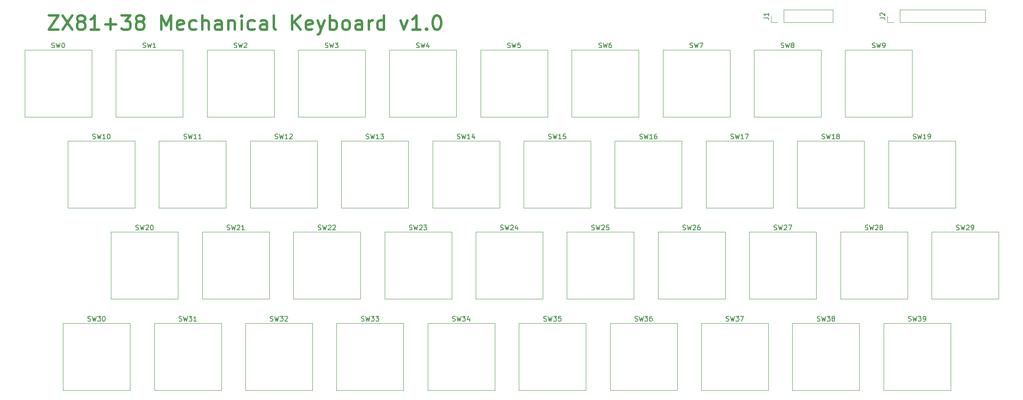
<source format=gbr>
%TF.GenerationSoftware,KiCad,Pcbnew,6.0.6-3a73a75311~116~ubuntu20.04.1*%
%TF.CreationDate,2022-07-11T16:37:52-07:00*%
%TF.ProjectId,zx81-kbd,7a783831-2d6b-4626-942e-6b696361645f,rev?*%
%TF.SameCoordinates,Original*%
%TF.FileFunction,Legend,Top*%
%TF.FilePolarity,Positive*%
%FSLAX46Y46*%
G04 Gerber Fmt 4.6, Leading zero omitted, Abs format (unit mm)*
G04 Created by KiCad (PCBNEW 6.0.6-3a73a75311~116~ubuntu20.04.1) date 2022-07-11 16:37:52*
%MOMM*%
%LPD*%
G01*
G04 APERTURE LIST*
%ADD10C,0.500000*%
%ADD11C,0.150000*%
%ADD12C,0.120000*%
G04 APERTURE END LIST*
D10*
X38071428Y-35857142D02*
X40071428Y-35857142D01*
X38071428Y-38857142D01*
X40071428Y-38857142D01*
X40928571Y-35857142D02*
X42928571Y-38857142D01*
X42928571Y-35857142D02*
X40928571Y-38857142D01*
X44499999Y-37142857D02*
X44214285Y-37000000D01*
X44071428Y-36857142D01*
X43928571Y-36571428D01*
X43928571Y-36428571D01*
X44071428Y-36142857D01*
X44214285Y-36000000D01*
X44499999Y-35857142D01*
X45071428Y-35857142D01*
X45357142Y-36000000D01*
X45499999Y-36142857D01*
X45642857Y-36428571D01*
X45642857Y-36571428D01*
X45499999Y-36857142D01*
X45357142Y-37000000D01*
X45071428Y-37142857D01*
X44499999Y-37142857D01*
X44214285Y-37285714D01*
X44071428Y-37428571D01*
X43928571Y-37714285D01*
X43928571Y-38285714D01*
X44071428Y-38571428D01*
X44214285Y-38714285D01*
X44499999Y-38857142D01*
X45071428Y-38857142D01*
X45357142Y-38714285D01*
X45499999Y-38571428D01*
X45642857Y-38285714D01*
X45642857Y-37714285D01*
X45499999Y-37428571D01*
X45357142Y-37285714D01*
X45071428Y-37142857D01*
X48499999Y-38857142D02*
X46785714Y-38857142D01*
X47642857Y-38857142D02*
X47642857Y-35857142D01*
X47357142Y-36285714D01*
X47071428Y-36571428D01*
X46785714Y-36714285D01*
X49785714Y-37714285D02*
X52071428Y-37714285D01*
X50928571Y-38857142D02*
X50928571Y-36571428D01*
X53214285Y-35857142D02*
X55071428Y-35857142D01*
X54071428Y-37000000D01*
X54499999Y-37000000D01*
X54785714Y-37142857D01*
X54928571Y-37285714D01*
X55071428Y-37571428D01*
X55071428Y-38285714D01*
X54928571Y-38571428D01*
X54785714Y-38714285D01*
X54499999Y-38857142D01*
X53642857Y-38857142D01*
X53357142Y-38714285D01*
X53214285Y-38571428D01*
X56785714Y-37142857D02*
X56499999Y-37000000D01*
X56357142Y-36857142D01*
X56214285Y-36571428D01*
X56214285Y-36428571D01*
X56357142Y-36142857D01*
X56499999Y-36000000D01*
X56785714Y-35857142D01*
X57357142Y-35857142D01*
X57642857Y-36000000D01*
X57785714Y-36142857D01*
X57928571Y-36428571D01*
X57928571Y-36571428D01*
X57785714Y-36857142D01*
X57642857Y-37000000D01*
X57357142Y-37142857D01*
X56785714Y-37142857D01*
X56499999Y-37285714D01*
X56357142Y-37428571D01*
X56214285Y-37714285D01*
X56214285Y-38285714D01*
X56357142Y-38571428D01*
X56499999Y-38714285D01*
X56785714Y-38857142D01*
X57357142Y-38857142D01*
X57642857Y-38714285D01*
X57785714Y-38571428D01*
X57928571Y-38285714D01*
X57928571Y-37714285D01*
X57785714Y-37428571D01*
X57642857Y-37285714D01*
X57357142Y-37142857D01*
X61499999Y-38857142D02*
X61499999Y-35857142D01*
X62499999Y-38000000D01*
X63499999Y-35857142D01*
X63499999Y-38857142D01*
X66071428Y-38714285D02*
X65785714Y-38857142D01*
X65214285Y-38857142D01*
X64928571Y-38714285D01*
X64785714Y-38428571D01*
X64785714Y-37285714D01*
X64928571Y-37000000D01*
X65214285Y-36857142D01*
X65785714Y-36857142D01*
X66071428Y-37000000D01*
X66214285Y-37285714D01*
X66214285Y-37571428D01*
X64785714Y-37857142D01*
X68785714Y-38714285D02*
X68499999Y-38857142D01*
X67928571Y-38857142D01*
X67642857Y-38714285D01*
X67499999Y-38571428D01*
X67357142Y-38285714D01*
X67357142Y-37428571D01*
X67499999Y-37142857D01*
X67642857Y-37000000D01*
X67928571Y-36857142D01*
X68499999Y-36857142D01*
X68785714Y-37000000D01*
X70071428Y-38857142D02*
X70071428Y-35857142D01*
X71357142Y-38857142D02*
X71357142Y-37285714D01*
X71214285Y-37000000D01*
X70928571Y-36857142D01*
X70499999Y-36857142D01*
X70214285Y-37000000D01*
X70071428Y-37142857D01*
X74071428Y-38857142D02*
X74071428Y-37285714D01*
X73928571Y-37000000D01*
X73642857Y-36857142D01*
X73071428Y-36857142D01*
X72785714Y-37000000D01*
X74071428Y-38714285D02*
X73785714Y-38857142D01*
X73071428Y-38857142D01*
X72785714Y-38714285D01*
X72642857Y-38428571D01*
X72642857Y-38142857D01*
X72785714Y-37857142D01*
X73071428Y-37714285D01*
X73785714Y-37714285D01*
X74071428Y-37571428D01*
X75499999Y-36857142D02*
X75499999Y-38857142D01*
X75499999Y-37142857D02*
X75642857Y-37000000D01*
X75928571Y-36857142D01*
X76357142Y-36857142D01*
X76642857Y-37000000D01*
X76785714Y-37285714D01*
X76785714Y-38857142D01*
X78214285Y-38857142D02*
X78214285Y-36857142D01*
X78214285Y-35857142D02*
X78071428Y-36000000D01*
X78214285Y-36142857D01*
X78357142Y-36000000D01*
X78214285Y-35857142D01*
X78214285Y-36142857D01*
X80928571Y-38714285D02*
X80642857Y-38857142D01*
X80071428Y-38857142D01*
X79785714Y-38714285D01*
X79642857Y-38571428D01*
X79499999Y-38285714D01*
X79499999Y-37428571D01*
X79642857Y-37142857D01*
X79785714Y-37000000D01*
X80071428Y-36857142D01*
X80642857Y-36857142D01*
X80928571Y-37000000D01*
X83499999Y-38857142D02*
X83499999Y-37285714D01*
X83357142Y-37000000D01*
X83071428Y-36857142D01*
X82499999Y-36857142D01*
X82214285Y-37000000D01*
X83499999Y-38714285D02*
X83214285Y-38857142D01*
X82499999Y-38857142D01*
X82214285Y-38714285D01*
X82071428Y-38428571D01*
X82071428Y-38142857D01*
X82214285Y-37857142D01*
X82499999Y-37714285D01*
X83214285Y-37714285D01*
X83499999Y-37571428D01*
X85357142Y-38857142D02*
X85071428Y-38714285D01*
X84928571Y-38428571D01*
X84928571Y-35857142D01*
X88785714Y-38857142D02*
X88785714Y-35857142D01*
X90499999Y-38857142D02*
X89214285Y-37142857D01*
X90499999Y-35857142D02*
X88785714Y-37571428D01*
X92928571Y-38714285D02*
X92642857Y-38857142D01*
X92071428Y-38857142D01*
X91785714Y-38714285D01*
X91642857Y-38428571D01*
X91642857Y-37285714D01*
X91785714Y-37000000D01*
X92071428Y-36857142D01*
X92642857Y-36857142D01*
X92928571Y-37000000D01*
X93071428Y-37285714D01*
X93071428Y-37571428D01*
X91642857Y-37857142D01*
X94071428Y-36857142D02*
X94785714Y-38857142D01*
X95500000Y-36857142D02*
X94785714Y-38857142D01*
X94500000Y-39571428D01*
X94357142Y-39714285D01*
X94071428Y-39857142D01*
X96642857Y-38857142D02*
X96642857Y-35857142D01*
X96642857Y-37000000D02*
X96928571Y-36857142D01*
X97500000Y-36857142D01*
X97785714Y-37000000D01*
X97928571Y-37142857D01*
X98071428Y-37428571D01*
X98071428Y-38285714D01*
X97928571Y-38571428D01*
X97785714Y-38714285D01*
X97500000Y-38857142D01*
X96928571Y-38857142D01*
X96642857Y-38714285D01*
X99785714Y-38857142D02*
X99500000Y-38714285D01*
X99357142Y-38571428D01*
X99214285Y-38285714D01*
X99214285Y-37428571D01*
X99357142Y-37142857D01*
X99500000Y-37000000D01*
X99785714Y-36857142D01*
X100214285Y-36857142D01*
X100500000Y-37000000D01*
X100642857Y-37142857D01*
X100785714Y-37428571D01*
X100785714Y-38285714D01*
X100642857Y-38571428D01*
X100500000Y-38714285D01*
X100214285Y-38857142D01*
X99785714Y-38857142D01*
X103357142Y-38857142D02*
X103357142Y-37285714D01*
X103214285Y-37000000D01*
X102928571Y-36857142D01*
X102357142Y-36857142D01*
X102071428Y-37000000D01*
X103357142Y-38714285D02*
X103071428Y-38857142D01*
X102357142Y-38857142D01*
X102071428Y-38714285D01*
X101928571Y-38428571D01*
X101928571Y-38142857D01*
X102071428Y-37857142D01*
X102357142Y-37714285D01*
X103071428Y-37714285D01*
X103357142Y-37571428D01*
X104785714Y-38857142D02*
X104785714Y-36857142D01*
X104785714Y-37428571D02*
X104928571Y-37142857D01*
X105071428Y-37000000D01*
X105357142Y-36857142D01*
X105642857Y-36857142D01*
X107928571Y-38857142D02*
X107928571Y-35857142D01*
X107928571Y-38714285D02*
X107642857Y-38857142D01*
X107071428Y-38857142D01*
X106785714Y-38714285D01*
X106642857Y-38571428D01*
X106500000Y-38285714D01*
X106500000Y-37428571D01*
X106642857Y-37142857D01*
X106785714Y-37000000D01*
X107071428Y-36857142D01*
X107642857Y-36857142D01*
X107928571Y-37000000D01*
X111357142Y-36857142D02*
X112071428Y-38857142D01*
X112785714Y-36857142D01*
X115500000Y-38857142D02*
X113785714Y-38857142D01*
X114642857Y-38857142D02*
X114642857Y-35857142D01*
X114357142Y-36285714D01*
X114071428Y-36571428D01*
X113785714Y-36714285D01*
X116785714Y-38571428D02*
X116928571Y-38714285D01*
X116785714Y-38857142D01*
X116642857Y-38714285D01*
X116785714Y-38571428D01*
X116785714Y-38857142D01*
X118785714Y-35857142D02*
X119071428Y-35857142D01*
X119357142Y-36000000D01*
X119500000Y-36142857D01*
X119642857Y-36428571D01*
X119785714Y-37000000D01*
X119785714Y-37714285D01*
X119642857Y-38285714D01*
X119500000Y-38571428D01*
X119357142Y-38714285D01*
X119071428Y-38857142D01*
X118785714Y-38857142D01*
X118500000Y-38714285D01*
X118357142Y-38571428D01*
X118214285Y-38285714D01*
X118071428Y-37714285D01*
X118071428Y-37000000D01*
X118214285Y-36428571D01*
X118357142Y-36142857D01*
X118500000Y-36000000D01*
X118785714Y-35857142D01*
D11*
%TO.C,SW8*%
X190666666Y-42530761D02*
X190809523Y-42578380D01*
X191047619Y-42578380D01*
X191142857Y-42530761D01*
X191190476Y-42483142D01*
X191238095Y-42387904D01*
X191238095Y-42292666D01*
X191190476Y-42197428D01*
X191142857Y-42149809D01*
X191047619Y-42102190D01*
X190857142Y-42054571D01*
X190761904Y-42006952D01*
X190714285Y-41959333D01*
X190666666Y-41864095D01*
X190666666Y-41768857D01*
X190714285Y-41673619D01*
X190761904Y-41626000D01*
X190857142Y-41578380D01*
X191095238Y-41578380D01*
X191238095Y-41626000D01*
X191571428Y-41578380D02*
X191809523Y-42578380D01*
X192000000Y-41864095D01*
X192190476Y-42578380D01*
X192428571Y-41578380D01*
X192952380Y-42006952D02*
X192857142Y-41959333D01*
X192809523Y-41911714D01*
X192761904Y-41816476D01*
X192761904Y-41768857D01*
X192809523Y-41673619D01*
X192857142Y-41626000D01*
X192952380Y-41578380D01*
X193142857Y-41578380D01*
X193238095Y-41626000D01*
X193285714Y-41673619D01*
X193333333Y-41768857D01*
X193333333Y-41816476D01*
X193285714Y-41911714D01*
X193238095Y-41959333D01*
X193142857Y-42006952D01*
X192952380Y-42006952D01*
X192857142Y-42054571D01*
X192809523Y-42102190D01*
X192761904Y-42197428D01*
X192761904Y-42387904D01*
X192809523Y-42483142D01*
X192857142Y-42530761D01*
X192952380Y-42578380D01*
X193142857Y-42578380D01*
X193238095Y-42530761D01*
X193285714Y-42483142D01*
X193333333Y-42387904D01*
X193333333Y-42197428D01*
X193285714Y-42102190D01*
X193238095Y-42054571D01*
X193142857Y-42006952D01*
%TO.C,SW12*%
X85190476Y-61530761D02*
X85333333Y-61578380D01*
X85571428Y-61578380D01*
X85666666Y-61530761D01*
X85714285Y-61483142D01*
X85761904Y-61387904D01*
X85761904Y-61292666D01*
X85714285Y-61197428D01*
X85666666Y-61149809D01*
X85571428Y-61102190D01*
X85380952Y-61054571D01*
X85285714Y-61006952D01*
X85238095Y-60959333D01*
X85190476Y-60864095D01*
X85190476Y-60768857D01*
X85238095Y-60673619D01*
X85285714Y-60626000D01*
X85380952Y-60578380D01*
X85619047Y-60578380D01*
X85761904Y-60626000D01*
X86095238Y-60578380D02*
X86333333Y-61578380D01*
X86523809Y-60864095D01*
X86714285Y-61578380D01*
X86952380Y-60578380D01*
X87857142Y-61578380D02*
X87285714Y-61578380D01*
X87571428Y-61578380D02*
X87571428Y-60578380D01*
X87476190Y-60721238D01*
X87380952Y-60816476D01*
X87285714Y-60864095D01*
X88238095Y-60673619D02*
X88285714Y-60626000D01*
X88380952Y-60578380D01*
X88619047Y-60578380D01*
X88714285Y-60626000D01*
X88761904Y-60673619D01*
X88809523Y-60768857D01*
X88809523Y-60864095D01*
X88761904Y-61006952D01*
X88190476Y-61578380D01*
X88809523Y-61578380D01*
%TO.C,SW36*%
X160190476Y-99530761D02*
X160333333Y-99578380D01*
X160571428Y-99578380D01*
X160666666Y-99530761D01*
X160714285Y-99483142D01*
X160761904Y-99387904D01*
X160761904Y-99292666D01*
X160714285Y-99197428D01*
X160666666Y-99149809D01*
X160571428Y-99102190D01*
X160380952Y-99054571D01*
X160285714Y-99006952D01*
X160238095Y-98959333D01*
X160190476Y-98864095D01*
X160190476Y-98768857D01*
X160238095Y-98673619D01*
X160285714Y-98626000D01*
X160380952Y-98578380D01*
X160619047Y-98578380D01*
X160761904Y-98626000D01*
X161095238Y-98578380D02*
X161333333Y-99578380D01*
X161523809Y-98864095D01*
X161714285Y-99578380D01*
X161952380Y-98578380D01*
X162238095Y-98578380D02*
X162857142Y-98578380D01*
X162523809Y-98959333D01*
X162666666Y-98959333D01*
X162761904Y-99006952D01*
X162809523Y-99054571D01*
X162857142Y-99149809D01*
X162857142Y-99387904D01*
X162809523Y-99483142D01*
X162761904Y-99530761D01*
X162666666Y-99578380D01*
X162380952Y-99578380D01*
X162285714Y-99530761D01*
X162238095Y-99483142D01*
X163714285Y-98578380D02*
X163523809Y-98578380D01*
X163428571Y-98626000D01*
X163380952Y-98673619D01*
X163285714Y-98816476D01*
X163238095Y-99006952D01*
X163238095Y-99387904D01*
X163285714Y-99483142D01*
X163333333Y-99530761D01*
X163428571Y-99578380D01*
X163619047Y-99578380D01*
X163714285Y-99530761D01*
X163761904Y-99483142D01*
X163809523Y-99387904D01*
X163809523Y-99149809D01*
X163761904Y-99054571D01*
X163714285Y-99006952D01*
X163619047Y-98959333D01*
X163428571Y-98959333D01*
X163333333Y-99006952D01*
X163285714Y-99054571D01*
X163238095Y-99149809D01*
%TO.C,SW22*%
X94190476Y-80530761D02*
X94333333Y-80578380D01*
X94571428Y-80578380D01*
X94666666Y-80530761D01*
X94714285Y-80483142D01*
X94761904Y-80387904D01*
X94761904Y-80292666D01*
X94714285Y-80197428D01*
X94666666Y-80149809D01*
X94571428Y-80102190D01*
X94380952Y-80054571D01*
X94285714Y-80006952D01*
X94238095Y-79959333D01*
X94190476Y-79864095D01*
X94190476Y-79768857D01*
X94238095Y-79673619D01*
X94285714Y-79626000D01*
X94380952Y-79578380D01*
X94619047Y-79578380D01*
X94761904Y-79626000D01*
X95095238Y-79578380D02*
X95333333Y-80578380D01*
X95523809Y-79864095D01*
X95714285Y-80578380D01*
X95952380Y-79578380D01*
X96285714Y-79673619D02*
X96333333Y-79626000D01*
X96428571Y-79578380D01*
X96666666Y-79578380D01*
X96761904Y-79626000D01*
X96809523Y-79673619D01*
X96857142Y-79768857D01*
X96857142Y-79864095D01*
X96809523Y-80006952D01*
X96238095Y-80578380D01*
X96857142Y-80578380D01*
X97238095Y-79673619D02*
X97285714Y-79626000D01*
X97380952Y-79578380D01*
X97619047Y-79578380D01*
X97714285Y-79626000D01*
X97761904Y-79673619D01*
X97809523Y-79768857D01*
X97809523Y-79864095D01*
X97761904Y-80006952D01*
X97190476Y-80578380D01*
X97809523Y-80578380D01*
%TO.C,SW24*%
X132190476Y-80530761D02*
X132333333Y-80578380D01*
X132571428Y-80578380D01*
X132666666Y-80530761D01*
X132714285Y-80483142D01*
X132761904Y-80387904D01*
X132761904Y-80292666D01*
X132714285Y-80197428D01*
X132666666Y-80149809D01*
X132571428Y-80102190D01*
X132380952Y-80054571D01*
X132285714Y-80006952D01*
X132238095Y-79959333D01*
X132190476Y-79864095D01*
X132190476Y-79768857D01*
X132238095Y-79673619D01*
X132285714Y-79626000D01*
X132380952Y-79578380D01*
X132619047Y-79578380D01*
X132761904Y-79626000D01*
X133095238Y-79578380D02*
X133333333Y-80578380D01*
X133523809Y-79864095D01*
X133714285Y-80578380D01*
X133952380Y-79578380D01*
X134285714Y-79673619D02*
X134333333Y-79626000D01*
X134428571Y-79578380D01*
X134666666Y-79578380D01*
X134761904Y-79626000D01*
X134809523Y-79673619D01*
X134857142Y-79768857D01*
X134857142Y-79864095D01*
X134809523Y-80006952D01*
X134238095Y-80578380D01*
X134857142Y-80578380D01*
X135714285Y-79911714D02*
X135714285Y-80578380D01*
X135476190Y-79530761D02*
X135238095Y-80245047D01*
X135857142Y-80245047D01*
%TO.C,SW18*%
X199190476Y-61530761D02*
X199333333Y-61578380D01*
X199571428Y-61578380D01*
X199666666Y-61530761D01*
X199714285Y-61483142D01*
X199761904Y-61387904D01*
X199761904Y-61292666D01*
X199714285Y-61197428D01*
X199666666Y-61149809D01*
X199571428Y-61102190D01*
X199380952Y-61054571D01*
X199285714Y-61006952D01*
X199238095Y-60959333D01*
X199190476Y-60864095D01*
X199190476Y-60768857D01*
X199238095Y-60673619D01*
X199285714Y-60626000D01*
X199380952Y-60578380D01*
X199619047Y-60578380D01*
X199761904Y-60626000D01*
X200095238Y-60578380D02*
X200333333Y-61578380D01*
X200523809Y-60864095D01*
X200714285Y-61578380D01*
X200952380Y-60578380D01*
X201857142Y-61578380D02*
X201285714Y-61578380D01*
X201571428Y-61578380D02*
X201571428Y-60578380D01*
X201476190Y-60721238D01*
X201380952Y-60816476D01*
X201285714Y-60864095D01*
X202428571Y-61006952D02*
X202333333Y-60959333D01*
X202285714Y-60911714D01*
X202238095Y-60816476D01*
X202238095Y-60768857D01*
X202285714Y-60673619D01*
X202333333Y-60626000D01*
X202428571Y-60578380D01*
X202619047Y-60578380D01*
X202714285Y-60626000D01*
X202761904Y-60673619D01*
X202809523Y-60768857D01*
X202809523Y-60816476D01*
X202761904Y-60911714D01*
X202714285Y-60959333D01*
X202619047Y-61006952D01*
X202428571Y-61006952D01*
X202333333Y-61054571D01*
X202285714Y-61102190D01*
X202238095Y-61197428D01*
X202238095Y-61387904D01*
X202285714Y-61483142D01*
X202333333Y-61530761D01*
X202428571Y-61578380D01*
X202619047Y-61578380D01*
X202714285Y-61530761D01*
X202761904Y-61483142D01*
X202809523Y-61387904D01*
X202809523Y-61197428D01*
X202761904Y-61102190D01*
X202714285Y-61054571D01*
X202619047Y-61006952D01*
%TO.C,SW31*%
X65190476Y-99530761D02*
X65333333Y-99578380D01*
X65571428Y-99578380D01*
X65666666Y-99530761D01*
X65714285Y-99483142D01*
X65761904Y-99387904D01*
X65761904Y-99292666D01*
X65714285Y-99197428D01*
X65666666Y-99149809D01*
X65571428Y-99102190D01*
X65380952Y-99054571D01*
X65285714Y-99006952D01*
X65238095Y-98959333D01*
X65190476Y-98864095D01*
X65190476Y-98768857D01*
X65238095Y-98673619D01*
X65285714Y-98626000D01*
X65380952Y-98578380D01*
X65619047Y-98578380D01*
X65761904Y-98626000D01*
X66095238Y-98578380D02*
X66333333Y-99578380D01*
X66523809Y-98864095D01*
X66714285Y-99578380D01*
X66952380Y-98578380D01*
X67238095Y-98578380D02*
X67857142Y-98578380D01*
X67523809Y-98959333D01*
X67666666Y-98959333D01*
X67761904Y-99006952D01*
X67809523Y-99054571D01*
X67857142Y-99149809D01*
X67857142Y-99387904D01*
X67809523Y-99483142D01*
X67761904Y-99530761D01*
X67666666Y-99578380D01*
X67380952Y-99578380D01*
X67285714Y-99530761D01*
X67238095Y-99483142D01*
X68809523Y-99578380D02*
X68238095Y-99578380D01*
X68523809Y-99578380D02*
X68523809Y-98578380D01*
X68428571Y-98721238D01*
X68333333Y-98816476D01*
X68238095Y-98864095D01*
%TO.C,SW26*%
X170190476Y-80530761D02*
X170333333Y-80578380D01*
X170571428Y-80578380D01*
X170666666Y-80530761D01*
X170714285Y-80483142D01*
X170761904Y-80387904D01*
X170761904Y-80292666D01*
X170714285Y-80197428D01*
X170666666Y-80149809D01*
X170571428Y-80102190D01*
X170380952Y-80054571D01*
X170285714Y-80006952D01*
X170238095Y-79959333D01*
X170190476Y-79864095D01*
X170190476Y-79768857D01*
X170238095Y-79673619D01*
X170285714Y-79626000D01*
X170380952Y-79578380D01*
X170619047Y-79578380D01*
X170761904Y-79626000D01*
X171095238Y-79578380D02*
X171333333Y-80578380D01*
X171523809Y-79864095D01*
X171714285Y-80578380D01*
X171952380Y-79578380D01*
X172285714Y-79673619D02*
X172333333Y-79626000D01*
X172428571Y-79578380D01*
X172666666Y-79578380D01*
X172761904Y-79626000D01*
X172809523Y-79673619D01*
X172857142Y-79768857D01*
X172857142Y-79864095D01*
X172809523Y-80006952D01*
X172238095Y-80578380D01*
X172857142Y-80578380D01*
X173714285Y-79578380D02*
X173523809Y-79578380D01*
X173428571Y-79626000D01*
X173380952Y-79673619D01*
X173285714Y-79816476D01*
X173238095Y-80006952D01*
X173238095Y-80387904D01*
X173285714Y-80483142D01*
X173333333Y-80530761D01*
X173428571Y-80578380D01*
X173619047Y-80578380D01*
X173714285Y-80530761D01*
X173761904Y-80483142D01*
X173809523Y-80387904D01*
X173809523Y-80149809D01*
X173761904Y-80054571D01*
X173714285Y-80006952D01*
X173619047Y-79959333D01*
X173428571Y-79959333D01*
X173333333Y-80006952D01*
X173285714Y-80054571D01*
X173238095Y-80149809D01*
%TO.C,SW28*%
X208190476Y-80530761D02*
X208333333Y-80578380D01*
X208571428Y-80578380D01*
X208666666Y-80530761D01*
X208714285Y-80483142D01*
X208761904Y-80387904D01*
X208761904Y-80292666D01*
X208714285Y-80197428D01*
X208666666Y-80149809D01*
X208571428Y-80102190D01*
X208380952Y-80054571D01*
X208285714Y-80006952D01*
X208238095Y-79959333D01*
X208190476Y-79864095D01*
X208190476Y-79768857D01*
X208238095Y-79673619D01*
X208285714Y-79626000D01*
X208380952Y-79578380D01*
X208619047Y-79578380D01*
X208761904Y-79626000D01*
X209095238Y-79578380D02*
X209333333Y-80578380D01*
X209523809Y-79864095D01*
X209714285Y-80578380D01*
X209952380Y-79578380D01*
X210285714Y-79673619D02*
X210333333Y-79626000D01*
X210428571Y-79578380D01*
X210666666Y-79578380D01*
X210761904Y-79626000D01*
X210809523Y-79673619D01*
X210857142Y-79768857D01*
X210857142Y-79864095D01*
X210809523Y-80006952D01*
X210238095Y-80578380D01*
X210857142Y-80578380D01*
X211428571Y-80006952D02*
X211333333Y-79959333D01*
X211285714Y-79911714D01*
X211238095Y-79816476D01*
X211238095Y-79768857D01*
X211285714Y-79673619D01*
X211333333Y-79626000D01*
X211428571Y-79578380D01*
X211619047Y-79578380D01*
X211714285Y-79626000D01*
X211761904Y-79673619D01*
X211809523Y-79768857D01*
X211809523Y-79816476D01*
X211761904Y-79911714D01*
X211714285Y-79959333D01*
X211619047Y-80006952D01*
X211428571Y-80006952D01*
X211333333Y-80054571D01*
X211285714Y-80102190D01*
X211238095Y-80197428D01*
X211238095Y-80387904D01*
X211285714Y-80483142D01*
X211333333Y-80530761D01*
X211428571Y-80578380D01*
X211619047Y-80578380D01*
X211714285Y-80530761D01*
X211761904Y-80483142D01*
X211809523Y-80387904D01*
X211809523Y-80197428D01*
X211761904Y-80102190D01*
X211714285Y-80054571D01*
X211619047Y-80006952D01*
%TO.C,J2*%
X211247380Y-36333333D02*
X211961666Y-36333333D01*
X212104523Y-36380952D01*
X212199761Y-36476190D01*
X212247380Y-36619047D01*
X212247380Y-36714285D01*
X211342619Y-35904761D02*
X211295000Y-35857142D01*
X211247380Y-35761904D01*
X211247380Y-35523809D01*
X211295000Y-35428571D01*
X211342619Y-35380952D01*
X211437857Y-35333333D01*
X211533095Y-35333333D01*
X211675952Y-35380952D01*
X212247380Y-35952380D01*
X212247380Y-35333333D01*
%TO.C,SW11*%
X66190476Y-61530761D02*
X66333333Y-61578380D01*
X66571428Y-61578380D01*
X66666666Y-61530761D01*
X66714285Y-61483142D01*
X66761904Y-61387904D01*
X66761904Y-61292666D01*
X66714285Y-61197428D01*
X66666666Y-61149809D01*
X66571428Y-61102190D01*
X66380952Y-61054571D01*
X66285714Y-61006952D01*
X66238095Y-60959333D01*
X66190476Y-60864095D01*
X66190476Y-60768857D01*
X66238095Y-60673619D01*
X66285714Y-60626000D01*
X66380952Y-60578380D01*
X66619047Y-60578380D01*
X66761904Y-60626000D01*
X67095238Y-60578380D02*
X67333333Y-61578380D01*
X67523809Y-60864095D01*
X67714285Y-61578380D01*
X67952380Y-60578380D01*
X68857142Y-61578380D02*
X68285714Y-61578380D01*
X68571428Y-61578380D02*
X68571428Y-60578380D01*
X68476190Y-60721238D01*
X68380952Y-60816476D01*
X68285714Y-60864095D01*
X69809523Y-61578380D02*
X69238095Y-61578380D01*
X69523809Y-61578380D02*
X69523809Y-60578380D01*
X69428571Y-60721238D01*
X69333333Y-60816476D01*
X69238095Y-60864095D01*
%TO.C,SW25*%
X151190476Y-80530761D02*
X151333333Y-80578380D01*
X151571428Y-80578380D01*
X151666666Y-80530761D01*
X151714285Y-80483142D01*
X151761904Y-80387904D01*
X151761904Y-80292666D01*
X151714285Y-80197428D01*
X151666666Y-80149809D01*
X151571428Y-80102190D01*
X151380952Y-80054571D01*
X151285714Y-80006952D01*
X151238095Y-79959333D01*
X151190476Y-79864095D01*
X151190476Y-79768857D01*
X151238095Y-79673619D01*
X151285714Y-79626000D01*
X151380952Y-79578380D01*
X151619047Y-79578380D01*
X151761904Y-79626000D01*
X152095238Y-79578380D02*
X152333333Y-80578380D01*
X152523809Y-79864095D01*
X152714285Y-80578380D01*
X152952380Y-79578380D01*
X153285714Y-79673619D02*
X153333333Y-79626000D01*
X153428571Y-79578380D01*
X153666666Y-79578380D01*
X153761904Y-79626000D01*
X153809523Y-79673619D01*
X153857142Y-79768857D01*
X153857142Y-79864095D01*
X153809523Y-80006952D01*
X153238095Y-80578380D01*
X153857142Y-80578380D01*
X154761904Y-79578380D02*
X154285714Y-79578380D01*
X154238095Y-80054571D01*
X154285714Y-80006952D01*
X154380952Y-79959333D01*
X154619047Y-79959333D01*
X154714285Y-80006952D01*
X154761904Y-80054571D01*
X154809523Y-80149809D01*
X154809523Y-80387904D01*
X154761904Y-80483142D01*
X154714285Y-80530761D01*
X154619047Y-80578380D01*
X154380952Y-80578380D01*
X154285714Y-80530761D01*
X154238095Y-80483142D01*
%TO.C,SW30*%
X46190476Y-99530761D02*
X46333333Y-99578380D01*
X46571428Y-99578380D01*
X46666666Y-99530761D01*
X46714285Y-99483142D01*
X46761904Y-99387904D01*
X46761904Y-99292666D01*
X46714285Y-99197428D01*
X46666666Y-99149809D01*
X46571428Y-99102190D01*
X46380952Y-99054571D01*
X46285714Y-99006952D01*
X46238095Y-98959333D01*
X46190476Y-98864095D01*
X46190476Y-98768857D01*
X46238095Y-98673619D01*
X46285714Y-98626000D01*
X46380952Y-98578380D01*
X46619047Y-98578380D01*
X46761904Y-98626000D01*
X47095238Y-98578380D02*
X47333333Y-99578380D01*
X47523809Y-98864095D01*
X47714285Y-99578380D01*
X47952380Y-98578380D01*
X48238095Y-98578380D02*
X48857142Y-98578380D01*
X48523809Y-98959333D01*
X48666666Y-98959333D01*
X48761904Y-99006952D01*
X48809523Y-99054571D01*
X48857142Y-99149809D01*
X48857142Y-99387904D01*
X48809523Y-99483142D01*
X48761904Y-99530761D01*
X48666666Y-99578380D01*
X48380952Y-99578380D01*
X48285714Y-99530761D01*
X48238095Y-99483142D01*
X49476190Y-98578380D02*
X49571428Y-98578380D01*
X49666666Y-98626000D01*
X49714285Y-98673619D01*
X49761904Y-98768857D01*
X49809523Y-98959333D01*
X49809523Y-99197428D01*
X49761904Y-99387904D01*
X49714285Y-99483142D01*
X49666666Y-99530761D01*
X49571428Y-99578380D01*
X49476190Y-99578380D01*
X49380952Y-99530761D01*
X49333333Y-99483142D01*
X49285714Y-99387904D01*
X49238095Y-99197428D01*
X49238095Y-98959333D01*
X49285714Y-98768857D01*
X49333333Y-98673619D01*
X49380952Y-98626000D01*
X49476190Y-98578380D01*
%TO.C,SW38*%
X198190476Y-99530761D02*
X198333333Y-99578380D01*
X198571428Y-99578380D01*
X198666666Y-99530761D01*
X198714285Y-99483142D01*
X198761904Y-99387904D01*
X198761904Y-99292666D01*
X198714285Y-99197428D01*
X198666666Y-99149809D01*
X198571428Y-99102190D01*
X198380952Y-99054571D01*
X198285714Y-99006952D01*
X198238095Y-98959333D01*
X198190476Y-98864095D01*
X198190476Y-98768857D01*
X198238095Y-98673619D01*
X198285714Y-98626000D01*
X198380952Y-98578380D01*
X198619047Y-98578380D01*
X198761904Y-98626000D01*
X199095238Y-98578380D02*
X199333333Y-99578380D01*
X199523809Y-98864095D01*
X199714285Y-99578380D01*
X199952380Y-98578380D01*
X200238095Y-98578380D02*
X200857142Y-98578380D01*
X200523809Y-98959333D01*
X200666666Y-98959333D01*
X200761904Y-99006952D01*
X200809523Y-99054571D01*
X200857142Y-99149809D01*
X200857142Y-99387904D01*
X200809523Y-99483142D01*
X200761904Y-99530761D01*
X200666666Y-99578380D01*
X200380952Y-99578380D01*
X200285714Y-99530761D01*
X200238095Y-99483142D01*
X201428571Y-99006952D02*
X201333333Y-98959333D01*
X201285714Y-98911714D01*
X201238095Y-98816476D01*
X201238095Y-98768857D01*
X201285714Y-98673619D01*
X201333333Y-98626000D01*
X201428571Y-98578380D01*
X201619047Y-98578380D01*
X201714285Y-98626000D01*
X201761904Y-98673619D01*
X201809523Y-98768857D01*
X201809523Y-98816476D01*
X201761904Y-98911714D01*
X201714285Y-98959333D01*
X201619047Y-99006952D01*
X201428571Y-99006952D01*
X201333333Y-99054571D01*
X201285714Y-99102190D01*
X201238095Y-99197428D01*
X201238095Y-99387904D01*
X201285714Y-99483142D01*
X201333333Y-99530761D01*
X201428571Y-99578380D01*
X201619047Y-99578380D01*
X201714285Y-99530761D01*
X201761904Y-99483142D01*
X201809523Y-99387904D01*
X201809523Y-99197428D01*
X201761904Y-99102190D01*
X201714285Y-99054571D01*
X201619047Y-99006952D01*
%TO.C,SW4*%
X114666666Y-42530761D02*
X114809523Y-42578380D01*
X115047619Y-42578380D01*
X115142857Y-42530761D01*
X115190476Y-42483142D01*
X115238095Y-42387904D01*
X115238095Y-42292666D01*
X115190476Y-42197428D01*
X115142857Y-42149809D01*
X115047619Y-42102190D01*
X114857142Y-42054571D01*
X114761904Y-42006952D01*
X114714285Y-41959333D01*
X114666666Y-41864095D01*
X114666666Y-41768857D01*
X114714285Y-41673619D01*
X114761904Y-41626000D01*
X114857142Y-41578380D01*
X115095238Y-41578380D01*
X115238095Y-41626000D01*
X115571428Y-41578380D02*
X115809523Y-42578380D01*
X116000000Y-41864095D01*
X116190476Y-42578380D01*
X116428571Y-41578380D01*
X117238095Y-41911714D02*
X117238095Y-42578380D01*
X117000000Y-41530761D02*
X116761904Y-42245047D01*
X117380952Y-42245047D01*
%TO.C,J1*%
X187047380Y-36333333D02*
X187761666Y-36333333D01*
X187904523Y-36380952D01*
X187999761Y-36476190D01*
X188047380Y-36619047D01*
X188047380Y-36714285D01*
X188047380Y-35333333D02*
X188047380Y-35904761D01*
X188047380Y-35619047D02*
X187047380Y-35619047D01*
X187190238Y-35714285D01*
X187285476Y-35809523D01*
X187333095Y-35904761D01*
%TO.C,SW15*%
X142190476Y-61530761D02*
X142333333Y-61578380D01*
X142571428Y-61578380D01*
X142666666Y-61530761D01*
X142714285Y-61483142D01*
X142761904Y-61387904D01*
X142761904Y-61292666D01*
X142714285Y-61197428D01*
X142666666Y-61149809D01*
X142571428Y-61102190D01*
X142380952Y-61054571D01*
X142285714Y-61006952D01*
X142238095Y-60959333D01*
X142190476Y-60864095D01*
X142190476Y-60768857D01*
X142238095Y-60673619D01*
X142285714Y-60626000D01*
X142380952Y-60578380D01*
X142619047Y-60578380D01*
X142761904Y-60626000D01*
X143095238Y-60578380D02*
X143333333Y-61578380D01*
X143523809Y-60864095D01*
X143714285Y-61578380D01*
X143952380Y-60578380D01*
X144857142Y-61578380D02*
X144285714Y-61578380D01*
X144571428Y-61578380D02*
X144571428Y-60578380D01*
X144476190Y-60721238D01*
X144380952Y-60816476D01*
X144285714Y-60864095D01*
X145761904Y-60578380D02*
X145285714Y-60578380D01*
X145238095Y-61054571D01*
X145285714Y-61006952D01*
X145380952Y-60959333D01*
X145619047Y-60959333D01*
X145714285Y-61006952D01*
X145761904Y-61054571D01*
X145809523Y-61149809D01*
X145809523Y-61387904D01*
X145761904Y-61483142D01*
X145714285Y-61530761D01*
X145619047Y-61578380D01*
X145380952Y-61578380D01*
X145285714Y-61530761D01*
X145238095Y-61483142D01*
%TO.C,SW14*%
X123190476Y-61530761D02*
X123333333Y-61578380D01*
X123571428Y-61578380D01*
X123666666Y-61530761D01*
X123714285Y-61483142D01*
X123761904Y-61387904D01*
X123761904Y-61292666D01*
X123714285Y-61197428D01*
X123666666Y-61149809D01*
X123571428Y-61102190D01*
X123380952Y-61054571D01*
X123285714Y-61006952D01*
X123238095Y-60959333D01*
X123190476Y-60864095D01*
X123190476Y-60768857D01*
X123238095Y-60673619D01*
X123285714Y-60626000D01*
X123380952Y-60578380D01*
X123619047Y-60578380D01*
X123761904Y-60626000D01*
X124095238Y-60578380D02*
X124333333Y-61578380D01*
X124523809Y-60864095D01*
X124714285Y-61578380D01*
X124952380Y-60578380D01*
X125857142Y-61578380D02*
X125285714Y-61578380D01*
X125571428Y-61578380D02*
X125571428Y-60578380D01*
X125476190Y-60721238D01*
X125380952Y-60816476D01*
X125285714Y-60864095D01*
X126714285Y-60911714D02*
X126714285Y-61578380D01*
X126476190Y-60530761D02*
X126238095Y-61245047D01*
X126857142Y-61245047D01*
%TO.C,SW1*%
X57666666Y-42530761D02*
X57809523Y-42578380D01*
X58047619Y-42578380D01*
X58142857Y-42530761D01*
X58190476Y-42483142D01*
X58238095Y-42387904D01*
X58238095Y-42292666D01*
X58190476Y-42197428D01*
X58142857Y-42149809D01*
X58047619Y-42102190D01*
X57857142Y-42054571D01*
X57761904Y-42006952D01*
X57714285Y-41959333D01*
X57666666Y-41864095D01*
X57666666Y-41768857D01*
X57714285Y-41673619D01*
X57761904Y-41626000D01*
X57857142Y-41578380D01*
X58095238Y-41578380D01*
X58238095Y-41626000D01*
X58571428Y-41578380D02*
X58809523Y-42578380D01*
X59000000Y-41864095D01*
X59190476Y-42578380D01*
X59428571Y-41578380D01*
X60333333Y-42578380D02*
X59761904Y-42578380D01*
X60047619Y-42578380D02*
X60047619Y-41578380D01*
X59952380Y-41721238D01*
X59857142Y-41816476D01*
X59761904Y-41864095D01*
%TO.C,SW13*%
X104190476Y-61530761D02*
X104333333Y-61578380D01*
X104571428Y-61578380D01*
X104666666Y-61530761D01*
X104714285Y-61483142D01*
X104761904Y-61387904D01*
X104761904Y-61292666D01*
X104714285Y-61197428D01*
X104666666Y-61149809D01*
X104571428Y-61102190D01*
X104380952Y-61054571D01*
X104285714Y-61006952D01*
X104238095Y-60959333D01*
X104190476Y-60864095D01*
X104190476Y-60768857D01*
X104238095Y-60673619D01*
X104285714Y-60626000D01*
X104380952Y-60578380D01*
X104619047Y-60578380D01*
X104761904Y-60626000D01*
X105095238Y-60578380D02*
X105333333Y-61578380D01*
X105523809Y-60864095D01*
X105714285Y-61578380D01*
X105952380Y-60578380D01*
X106857142Y-61578380D02*
X106285714Y-61578380D01*
X106571428Y-61578380D02*
X106571428Y-60578380D01*
X106476190Y-60721238D01*
X106380952Y-60816476D01*
X106285714Y-60864095D01*
X107190476Y-60578380D02*
X107809523Y-60578380D01*
X107476190Y-60959333D01*
X107619047Y-60959333D01*
X107714285Y-61006952D01*
X107761904Y-61054571D01*
X107809523Y-61149809D01*
X107809523Y-61387904D01*
X107761904Y-61483142D01*
X107714285Y-61530761D01*
X107619047Y-61578380D01*
X107333333Y-61578380D01*
X107238095Y-61530761D01*
X107190476Y-61483142D01*
%TO.C,SW32*%
X84190476Y-99530761D02*
X84333333Y-99578380D01*
X84571428Y-99578380D01*
X84666666Y-99530761D01*
X84714285Y-99483142D01*
X84761904Y-99387904D01*
X84761904Y-99292666D01*
X84714285Y-99197428D01*
X84666666Y-99149809D01*
X84571428Y-99102190D01*
X84380952Y-99054571D01*
X84285714Y-99006952D01*
X84238095Y-98959333D01*
X84190476Y-98864095D01*
X84190476Y-98768857D01*
X84238095Y-98673619D01*
X84285714Y-98626000D01*
X84380952Y-98578380D01*
X84619047Y-98578380D01*
X84761904Y-98626000D01*
X85095238Y-98578380D02*
X85333333Y-99578380D01*
X85523809Y-98864095D01*
X85714285Y-99578380D01*
X85952380Y-98578380D01*
X86238095Y-98578380D02*
X86857142Y-98578380D01*
X86523809Y-98959333D01*
X86666666Y-98959333D01*
X86761904Y-99006952D01*
X86809523Y-99054571D01*
X86857142Y-99149809D01*
X86857142Y-99387904D01*
X86809523Y-99483142D01*
X86761904Y-99530761D01*
X86666666Y-99578380D01*
X86380952Y-99578380D01*
X86285714Y-99530761D01*
X86238095Y-99483142D01*
X87238095Y-98673619D02*
X87285714Y-98626000D01*
X87380952Y-98578380D01*
X87619047Y-98578380D01*
X87714285Y-98626000D01*
X87761904Y-98673619D01*
X87809523Y-98768857D01*
X87809523Y-98864095D01*
X87761904Y-99006952D01*
X87190476Y-99578380D01*
X87809523Y-99578380D01*
%TO.C,SW33*%
X103190476Y-99530761D02*
X103333333Y-99578380D01*
X103571428Y-99578380D01*
X103666666Y-99530761D01*
X103714285Y-99483142D01*
X103761904Y-99387904D01*
X103761904Y-99292666D01*
X103714285Y-99197428D01*
X103666666Y-99149809D01*
X103571428Y-99102190D01*
X103380952Y-99054571D01*
X103285714Y-99006952D01*
X103238095Y-98959333D01*
X103190476Y-98864095D01*
X103190476Y-98768857D01*
X103238095Y-98673619D01*
X103285714Y-98626000D01*
X103380952Y-98578380D01*
X103619047Y-98578380D01*
X103761904Y-98626000D01*
X104095238Y-98578380D02*
X104333333Y-99578380D01*
X104523809Y-98864095D01*
X104714285Y-99578380D01*
X104952380Y-98578380D01*
X105238095Y-98578380D02*
X105857142Y-98578380D01*
X105523809Y-98959333D01*
X105666666Y-98959333D01*
X105761904Y-99006952D01*
X105809523Y-99054571D01*
X105857142Y-99149809D01*
X105857142Y-99387904D01*
X105809523Y-99483142D01*
X105761904Y-99530761D01*
X105666666Y-99578380D01*
X105380952Y-99578380D01*
X105285714Y-99530761D01*
X105238095Y-99483142D01*
X106190476Y-98578380D02*
X106809523Y-98578380D01*
X106476190Y-98959333D01*
X106619047Y-98959333D01*
X106714285Y-99006952D01*
X106761904Y-99054571D01*
X106809523Y-99149809D01*
X106809523Y-99387904D01*
X106761904Y-99483142D01*
X106714285Y-99530761D01*
X106619047Y-99578380D01*
X106333333Y-99578380D01*
X106238095Y-99530761D01*
X106190476Y-99483142D01*
%TO.C,SW17*%
X180190476Y-61530761D02*
X180333333Y-61578380D01*
X180571428Y-61578380D01*
X180666666Y-61530761D01*
X180714285Y-61483142D01*
X180761904Y-61387904D01*
X180761904Y-61292666D01*
X180714285Y-61197428D01*
X180666666Y-61149809D01*
X180571428Y-61102190D01*
X180380952Y-61054571D01*
X180285714Y-61006952D01*
X180238095Y-60959333D01*
X180190476Y-60864095D01*
X180190476Y-60768857D01*
X180238095Y-60673619D01*
X180285714Y-60626000D01*
X180380952Y-60578380D01*
X180619047Y-60578380D01*
X180761904Y-60626000D01*
X181095238Y-60578380D02*
X181333333Y-61578380D01*
X181523809Y-60864095D01*
X181714285Y-61578380D01*
X181952380Y-60578380D01*
X182857142Y-61578380D02*
X182285714Y-61578380D01*
X182571428Y-61578380D02*
X182571428Y-60578380D01*
X182476190Y-60721238D01*
X182380952Y-60816476D01*
X182285714Y-60864095D01*
X183190476Y-60578380D02*
X183857142Y-60578380D01*
X183428571Y-61578380D01*
%TO.C,SW0*%
X38666666Y-42530761D02*
X38809523Y-42578380D01*
X39047619Y-42578380D01*
X39142857Y-42530761D01*
X39190476Y-42483142D01*
X39238095Y-42387904D01*
X39238095Y-42292666D01*
X39190476Y-42197428D01*
X39142857Y-42149809D01*
X39047619Y-42102190D01*
X38857142Y-42054571D01*
X38761904Y-42006952D01*
X38714285Y-41959333D01*
X38666666Y-41864095D01*
X38666666Y-41768857D01*
X38714285Y-41673619D01*
X38761904Y-41626000D01*
X38857142Y-41578380D01*
X39095238Y-41578380D01*
X39238095Y-41626000D01*
X39571428Y-41578380D02*
X39809523Y-42578380D01*
X40000000Y-41864095D01*
X40190476Y-42578380D01*
X40428571Y-41578380D01*
X41000000Y-41578380D02*
X41095238Y-41578380D01*
X41190476Y-41626000D01*
X41238095Y-41673619D01*
X41285714Y-41768857D01*
X41333333Y-41959333D01*
X41333333Y-42197428D01*
X41285714Y-42387904D01*
X41238095Y-42483142D01*
X41190476Y-42530761D01*
X41095238Y-42578380D01*
X41000000Y-42578380D01*
X40904761Y-42530761D01*
X40857142Y-42483142D01*
X40809523Y-42387904D01*
X40761904Y-42197428D01*
X40761904Y-41959333D01*
X40809523Y-41768857D01*
X40857142Y-41673619D01*
X40904761Y-41626000D01*
X41000000Y-41578380D01*
%TO.C,SW39*%
X217190476Y-99530761D02*
X217333333Y-99578380D01*
X217571428Y-99578380D01*
X217666666Y-99530761D01*
X217714285Y-99483142D01*
X217761904Y-99387904D01*
X217761904Y-99292666D01*
X217714285Y-99197428D01*
X217666666Y-99149809D01*
X217571428Y-99102190D01*
X217380952Y-99054571D01*
X217285714Y-99006952D01*
X217238095Y-98959333D01*
X217190476Y-98864095D01*
X217190476Y-98768857D01*
X217238095Y-98673619D01*
X217285714Y-98626000D01*
X217380952Y-98578380D01*
X217619047Y-98578380D01*
X217761904Y-98626000D01*
X218095238Y-98578380D02*
X218333333Y-99578380D01*
X218523809Y-98864095D01*
X218714285Y-99578380D01*
X218952380Y-98578380D01*
X219238095Y-98578380D02*
X219857142Y-98578380D01*
X219523809Y-98959333D01*
X219666666Y-98959333D01*
X219761904Y-99006952D01*
X219809523Y-99054571D01*
X219857142Y-99149809D01*
X219857142Y-99387904D01*
X219809523Y-99483142D01*
X219761904Y-99530761D01*
X219666666Y-99578380D01*
X219380952Y-99578380D01*
X219285714Y-99530761D01*
X219238095Y-99483142D01*
X220333333Y-99578380D02*
X220523809Y-99578380D01*
X220619047Y-99530761D01*
X220666666Y-99483142D01*
X220761904Y-99340285D01*
X220809523Y-99149809D01*
X220809523Y-98768857D01*
X220761904Y-98673619D01*
X220714285Y-98626000D01*
X220619047Y-98578380D01*
X220428571Y-98578380D01*
X220333333Y-98626000D01*
X220285714Y-98673619D01*
X220238095Y-98768857D01*
X220238095Y-99006952D01*
X220285714Y-99102190D01*
X220333333Y-99149809D01*
X220428571Y-99197428D01*
X220619047Y-99197428D01*
X220714285Y-99149809D01*
X220761904Y-99102190D01*
X220809523Y-99006952D01*
%TO.C,SW21*%
X75190476Y-80530761D02*
X75333333Y-80578380D01*
X75571428Y-80578380D01*
X75666666Y-80530761D01*
X75714285Y-80483142D01*
X75761904Y-80387904D01*
X75761904Y-80292666D01*
X75714285Y-80197428D01*
X75666666Y-80149809D01*
X75571428Y-80102190D01*
X75380952Y-80054571D01*
X75285714Y-80006952D01*
X75238095Y-79959333D01*
X75190476Y-79864095D01*
X75190476Y-79768857D01*
X75238095Y-79673619D01*
X75285714Y-79626000D01*
X75380952Y-79578380D01*
X75619047Y-79578380D01*
X75761904Y-79626000D01*
X76095238Y-79578380D02*
X76333333Y-80578380D01*
X76523809Y-79864095D01*
X76714285Y-80578380D01*
X76952380Y-79578380D01*
X77285714Y-79673619D02*
X77333333Y-79626000D01*
X77428571Y-79578380D01*
X77666666Y-79578380D01*
X77761904Y-79626000D01*
X77809523Y-79673619D01*
X77857142Y-79768857D01*
X77857142Y-79864095D01*
X77809523Y-80006952D01*
X77238095Y-80578380D01*
X77857142Y-80578380D01*
X78809523Y-80578380D02*
X78238095Y-80578380D01*
X78523809Y-80578380D02*
X78523809Y-79578380D01*
X78428571Y-79721238D01*
X78333333Y-79816476D01*
X78238095Y-79864095D01*
%TO.C,SW29*%
X227190476Y-80530761D02*
X227333333Y-80578380D01*
X227571428Y-80578380D01*
X227666666Y-80530761D01*
X227714285Y-80483142D01*
X227761904Y-80387904D01*
X227761904Y-80292666D01*
X227714285Y-80197428D01*
X227666666Y-80149809D01*
X227571428Y-80102190D01*
X227380952Y-80054571D01*
X227285714Y-80006952D01*
X227238095Y-79959333D01*
X227190476Y-79864095D01*
X227190476Y-79768857D01*
X227238095Y-79673619D01*
X227285714Y-79626000D01*
X227380952Y-79578380D01*
X227619047Y-79578380D01*
X227761904Y-79626000D01*
X228095238Y-79578380D02*
X228333333Y-80578380D01*
X228523809Y-79864095D01*
X228714285Y-80578380D01*
X228952380Y-79578380D01*
X229285714Y-79673619D02*
X229333333Y-79626000D01*
X229428571Y-79578380D01*
X229666666Y-79578380D01*
X229761904Y-79626000D01*
X229809523Y-79673619D01*
X229857142Y-79768857D01*
X229857142Y-79864095D01*
X229809523Y-80006952D01*
X229238095Y-80578380D01*
X229857142Y-80578380D01*
X230333333Y-80578380D02*
X230523809Y-80578380D01*
X230619047Y-80530761D01*
X230666666Y-80483142D01*
X230761904Y-80340285D01*
X230809523Y-80149809D01*
X230809523Y-79768857D01*
X230761904Y-79673619D01*
X230714285Y-79626000D01*
X230619047Y-79578380D01*
X230428571Y-79578380D01*
X230333333Y-79626000D01*
X230285714Y-79673619D01*
X230238095Y-79768857D01*
X230238095Y-80006952D01*
X230285714Y-80102190D01*
X230333333Y-80149809D01*
X230428571Y-80197428D01*
X230619047Y-80197428D01*
X230714285Y-80149809D01*
X230761904Y-80102190D01*
X230809523Y-80006952D01*
%TO.C,SW23*%
X113190476Y-80530761D02*
X113333333Y-80578380D01*
X113571428Y-80578380D01*
X113666666Y-80530761D01*
X113714285Y-80483142D01*
X113761904Y-80387904D01*
X113761904Y-80292666D01*
X113714285Y-80197428D01*
X113666666Y-80149809D01*
X113571428Y-80102190D01*
X113380952Y-80054571D01*
X113285714Y-80006952D01*
X113238095Y-79959333D01*
X113190476Y-79864095D01*
X113190476Y-79768857D01*
X113238095Y-79673619D01*
X113285714Y-79626000D01*
X113380952Y-79578380D01*
X113619047Y-79578380D01*
X113761904Y-79626000D01*
X114095238Y-79578380D02*
X114333333Y-80578380D01*
X114523809Y-79864095D01*
X114714285Y-80578380D01*
X114952380Y-79578380D01*
X115285714Y-79673619D02*
X115333333Y-79626000D01*
X115428571Y-79578380D01*
X115666666Y-79578380D01*
X115761904Y-79626000D01*
X115809523Y-79673619D01*
X115857142Y-79768857D01*
X115857142Y-79864095D01*
X115809523Y-80006952D01*
X115238095Y-80578380D01*
X115857142Y-80578380D01*
X116190476Y-79578380D02*
X116809523Y-79578380D01*
X116476190Y-79959333D01*
X116619047Y-79959333D01*
X116714285Y-80006952D01*
X116761904Y-80054571D01*
X116809523Y-80149809D01*
X116809523Y-80387904D01*
X116761904Y-80483142D01*
X116714285Y-80530761D01*
X116619047Y-80578380D01*
X116333333Y-80578380D01*
X116238095Y-80530761D01*
X116190476Y-80483142D01*
%TO.C,SW34*%
X122190476Y-99530761D02*
X122333333Y-99578380D01*
X122571428Y-99578380D01*
X122666666Y-99530761D01*
X122714285Y-99483142D01*
X122761904Y-99387904D01*
X122761904Y-99292666D01*
X122714285Y-99197428D01*
X122666666Y-99149809D01*
X122571428Y-99102190D01*
X122380952Y-99054571D01*
X122285714Y-99006952D01*
X122238095Y-98959333D01*
X122190476Y-98864095D01*
X122190476Y-98768857D01*
X122238095Y-98673619D01*
X122285714Y-98626000D01*
X122380952Y-98578380D01*
X122619047Y-98578380D01*
X122761904Y-98626000D01*
X123095238Y-98578380D02*
X123333333Y-99578380D01*
X123523809Y-98864095D01*
X123714285Y-99578380D01*
X123952380Y-98578380D01*
X124238095Y-98578380D02*
X124857142Y-98578380D01*
X124523809Y-98959333D01*
X124666666Y-98959333D01*
X124761904Y-99006952D01*
X124809523Y-99054571D01*
X124857142Y-99149809D01*
X124857142Y-99387904D01*
X124809523Y-99483142D01*
X124761904Y-99530761D01*
X124666666Y-99578380D01*
X124380952Y-99578380D01*
X124285714Y-99530761D01*
X124238095Y-99483142D01*
X125714285Y-98911714D02*
X125714285Y-99578380D01*
X125476190Y-98530761D02*
X125238095Y-99245047D01*
X125857142Y-99245047D01*
%TO.C,SW19*%
X218190476Y-61530761D02*
X218333333Y-61578380D01*
X218571428Y-61578380D01*
X218666666Y-61530761D01*
X218714285Y-61483142D01*
X218761904Y-61387904D01*
X218761904Y-61292666D01*
X218714285Y-61197428D01*
X218666666Y-61149809D01*
X218571428Y-61102190D01*
X218380952Y-61054571D01*
X218285714Y-61006952D01*
X218238095Y-60959333D01*
X218190476Y-60864095D01*
X218190476Y-60768857D01*
X218238095Y-60673619D01*
X218285714Y-60626000D01*
X218380952Y-60578380D01*
X218619047Y-60578380D01*
X218761904Y-60626000D01*
X219095238Y-60578380D02*
X219333333Y-61578380D01*
X219523809Y-60864095D01*
X219714285Y-61578380D01*
X219952380Y-60578380D01*
X220857142Y-61578380D02*
X220285714Y-61578380D01*
X220571428Y-61578380D02*
X220571428Y-60578380D01*
X220476190Y-60721238D01*
X220380952Y-60816476D01*
X220285714Y-60864095D01*
X221333333Y-61578380D02*
X221523809Y-61578380D01*
X221619047Y-61530761D01*
X221666666Y-61483142D01*
X221761904Y-61340285D01*
X221809523Y-61149809D01*
X221809523Y-60768857D01*
X221761904Y-60673619D01*
X221714285Y-60626000D01*
X221619047Y-60578380D01*
X221428571Y-60578380D01*
X221333333Y-60626000D01*
X221285714Y-60673619D01*
X221238095Y-60768857D01*
X221238095Y-61006952D01*
X221285714Y-61102190D01*
X221333333Y-61149809D01*
X221428571Y-61197428D01*
X221619047Y-61197428D01*
X221714285Y-61149809D01*
X221761904Y-61102190D01*
X221809523Y-61006952D01*
%TO.C,SW2*%
X76666666Y-42530761D02*
X76809523Y-42578380D01*
X77047619Y-42578380D01*
X77142857Y-42530761D01*
X77190476Y-42483142D01*
X77238095Y-42387904D01*
X77238095Y-42292666D01*
X77190476Y-42197428D01*
X77142857Y-42149809D01*
X77047619Y-42102190D01*
X76857142Y-42054571D01*
X76761904Y-42006952D01*
X76714285Y-41959333D01*
X76666666Y-41864095D01*
X76666666Y-41768857D01*
X76714285Y-41673619D01*
X76761904Y-41626000D01*
X76857142Y-41578380D01*
X77095238Y-41578380D01*
X77238095Y-41626000D01*
X77571428Y-41578380D02*
X77809523Y-42578380D01*
X78000000Y-41864095D01*
X78190476Y-42578380D01*
X78428571Y-41578380D01*
X78761904Y-41673619D02*
X78809523Y-41626000D01*
X78904761Y-41578380D01*
X79142857Y-41578380D01*
X79238095Y-41626000D01*
X79285714Y-41673619D01*
X79333333Y-41768857D01*
X79333333Y-41864095D01*
X79285714Y-42006952D01*
X78714285Y-42578380D01*
X79333333Y-42578380D01*
%TO.C,SW5*%
X133666666Y-42530761D02*
X133809523Y-42578380D01*
X134047619Y-42578380D01*
X134142857Y-42530761D01*
X134190476Y-42483142D01*
X134238095Y-42387904D01*
X134238095Y-42292666D01*
X134190476Y-42197428D01*
X134142857Y-42149809D01*
X134047619Y-42102190D01*
X133857142Y-42054571D01*
X133761904Y-42006952D01*
X133714285Y-41959333D01*
X133666666Y-41864095D01*
X133666666Y-41768857D01*
X133714285Y-41673619D01*
X133761904Y-41626000D01*
X133857142Y-41578380D01*
X134095238Y-41578380D01*
X134238095Y-41626000D01*
X134571428Y-41578380D02*
X134809523Y-42578380D01*
X135000000Y-41864095D01*
X135190476Y-42578380D01*
X135428571Y-41578380D01*
X136285714Y-41578380D02*
X135809523Y-41578380D01*
X135761904Y-42054571D01*
X135809523Y-42006952D01*
X135904761Y-41959333D01*
X136142857Y-41959333D01*
X136238095Y-42006952D01*
X136285714Y-42054571D01*
X136333333Y-42149809D01*
X136333333Y-42387904D01*
X136285714Y-42483142D01*
X136238095Y-42530761D01*
X136142857Y-42578380D01*
X135904761Y-42578380D01*
X135809523Y-42530761D01*
X135761904Y-42483142D01*
%TO.C,SW6*%
X152666666Y-42530761D02*
X152809523Y-42578380D01*
X153047619Y-42578380D01*
X153142857Y-42530761D01*
X153190476Y-42483142D01*
X153238095Y-42387904D01*
X153238095Y-42292666D01*
X153190476Y-42197428D01*
X153142857Y-42149809D01*
X153047619Y-42102190D01*
X152857142Y-42054571D01*
X152761904Y-42006952D01*
X152714285Y-41959333D01*
X152666666Y-41864095D01*
X152666666Y-41768857D01*
X152714285Y-41673619D01*
X152761904Y-41626000D01*
X152857142Y-41578380D01*
X153095238Y-41578380D01*
X153238095Y-41626000D01*
X153571428Y-41578380D02*
X153809523Y-42578380D01*
X154000000Y-41864095D01*
X154190476Y-42578380D01*
X154428571Y-41578380D01*
X155238095Y-41578380D02*
X155047619Y-41578380D01*
X154952380Y-41626000D01*
X154904761Y-41673619D01*
X154809523Y-41816476D01*
X154761904Y-42006952D01*
X154761904Y-42387904D01*
X154809523Y-42483142D01*
X154857142Y-42530761D01*
X154952380Y-42578380D01*
X155142857Y-42578380D01*
X155238095Y-42530761D01*
X155285714Y-42483142D01*
X155333333Y-42387904D01*
X155333333Y-42149809D01*
X155285714Y-42054571D01*
X155238095Y-42006952D01*
X155142857Y-41959333D01*
X154952380Y-41959333D01*
X154857142Y-42006952D01*
X154809523Y-42054571D01*
X154761904Y-42149809D01*
%TO.C,SW37*%
X179190476Y-99530761D02*
X179333333Y-99578380D01*
X179571428Y-99578380D01*
X179666666Y-99530761D01*
X179714285Y-99483142D01*
X179761904Y-99387904D01*
X179761904Y-99292666D01*
X179714285Y-99197428D01*
X179666666Y-99149809D01*
X179571428Y-99102190D01*
X179380952Y-99054571D01*
X179285714Y-99006952D01*
X179238095Y-98959333D01*
X179190476Y-98864095D01*
X179190476Y-98768857D01*
X179238095Y-98673619D01*
X179285714Y-98626000D01*
X179380952Y-98578380D01*
X179619047Y-98578380D01*
X179761904Y-98626000D01*
X180095238Y-98578380D02*
X180333333Y-99578380D01*
X180523809Y-98864095D01*
X180714285Y-99578380D01*
X180952380Y-98578380D01*
X181238095Y-98578380D02*
X181857142Y-98578380D01*
X181523809Y-98959333D01*
X181666666Y-98959333D01*
X181761904Y-99006952D01*
X181809523Y-99054571D01*
X181857142Y-99149809D01*
X181857142Y-99387904D01*
X181809523Y-99483142D01*
X181761904Y-99530761D01*
X181666666Y-99578380D01*
X181380952Y-99578380D01*
X181285714Y-99530761D01*
X181238095Y-99483142D01*
X182190476Y-98578380D02*
X182857142Y-98578380D01*
X182428571Y-99578380D01*
%TO.C,SW16*%
X161190476Y-61530761D02*
X161333333Y-61578380D01*
X161571428Y-61578380D01*
X161666666Y-61530761D01*
X161714285Y-61483142D01*
X161761904Y-61387904D01*
X161761904Y-61292666D01*
X161714285Y-61197428D01*
X161666666Y-61149809D01*
X161571428Y-61102190D01*
X161380952Y-61054571D01*
X161285714Y-61006952D01*
X161238095Y-60959333D01*
X161190476Y-60864095D01*
X161190476Y-60768857D01*
X161238095Y-60673619D01*
X161285714Y-60626000D01*
X161380952Y-60578380D01*
X161619047Y-60578380D01*
X161761904Y-60626000D01*
X162095238Y-60578380D02*
X162333333Y-61578380D01*
X162523809Y-60864095D01*
X162714285Y-61578380D01*
X162952380Y-60578380D01*
X163857142Y-61578380D02*
X163285714Y-61578380D01*
X163571428Y-61578380D02*
X163571428Y-60578380D01*
X163476190Y-60721238D01*
X163380952Y-60816476D01*
X163285714Y-60864095D01*
X164714285Y-60578380D02*
X164523809Y-60578380D01*
X164428571Y-60626000D01*
X164380952Y-60673619D01*
X164285714Y-60816476D01*
X164238095Y-61006952D01*
X164238095Y-61387904D01*
X164285714Y-61483142D01*
X164333333Y-61530761D01*
X164428571Y-61578380D01*
X164619047Y-61578380D01*
X164714285Y-61530761D01*
X164761904Y-61483142D01*
X164809523Y-61387904D01*
X164809523Y-61149809D01*
X164761904Y-61054571D01*
X164714285Y-61006952D01*
X164619047Y-60959333D01*
X164428571Y-60959333D01*
X164333333Y-61006952D01*
X164285714Y-61054571D01*
X164238095Y-61149809D01*
%TO.C,SW27*%
X189190476Y-80530761D02*
X189333333Y-80578380D01*
X189571428Y-80578380D01*
X189666666Y-80530761D01*
X189714285Y-80483142D01*
X189761904Y-80387904D01*
X189761904Y-80292666D01*
X189714285Y-80197428D01*
X189666666Y-80149809D01*
X189571428Y-80102190D01*
X189380952Y-80054571D01*
X189285714Y-80006952D01*
X189238095Y-79959333D01*
X189190476Y-79864095D01*
X189190476Y-79768857D01*
X189238095Y-79673619D01*
X189285714Y-79626000D01*
X189380952Y-79578380D01*
X189619047Y-79578380D01*
X189761904Y-79626000D01*
X190095238Y-79578380D02*
X190333333Y-80578380D01*
X190523809Y-79864095D01*
X190714285Y-80578380D01*
X190952380Y-79578380D01*
X191285714Y-79673619D02*
X191333333Y-79626000D01*
X191428571Y-79578380D01*
X191666666Y-79578380D01*
X191761904Y-79626000D01*
X191809523Y-79673619D01*
X191857142Y-79768857D01*
X191857142Y-79864095D01*
X191809523Y-80006952D01*
X191238095Y-80578380D01*
X191857142Y-80578380D01*
X192190476Y-79578380D02*
X192857142Y-79578380D01*
X192428571Y-80578380D01*
%TO.C,SW20*%
X56190476Y-80530761D02*
X56333333Y-80578380D01*
X56571428Y-80578380D01*
X56666666Y-80530761D01*
X56714285Y-80483142D01*
X56761904Y-80387904D01*
X56761904Y-80292666D01*
X56714285Y-80197428D01*
X56666666Y-80149809D01*
X56571428Y-80102190D01*
X56380952Y-80054571D01*
X56285714Y-80006952D01*
X56238095Y-79959333D01*
X56190476Y-79864095D01*
X56190476Y-79768857D01*
X56238095Y-79673619D01*
X56285714Y-79626000D01*
X56380952Y-79578380D01*
X56619047Y-79578380D01*
X56761904Y-79626000D01*
X57095238Y-79578380D02*
X57333333Y-80578380D01*
X57523809Y-79864095D01*
X57714285Y-80578380D01*
X57952380Y-79578380D01*
X58285714Y-79673619D02*
X58333333Y-79626000D01*
X58428571Y-79578380D01*
X58666666Y-79578380D01*
X58761904Y-79626000D01*
X58809523Y-79673619D01*
X58857142Y-79768857D01*
X58857142Y-79864095D01*
X58809523Y-80006952D01*
X58238095Y-80578380D01*
X58857142Y-80578380D01*
X59476190Y-79578380D02*
X59571428Y-79578380D01*
X59666666Y-79626000D01*
X59714285Y-79673619D01*
X59761904Y-79768857D01*
X59809523Y-79959333D01*
X59809523Y-80197428D01*
X59761904Y-80387904D01*
X59714285Y-80483142D01*
X59666666Y-80530761D01*
X59571428Y-80578380D01*
X59476190Y-80578380D01*
X59380952Y-80530761D01*
X59333333Y-80483142D01*
X59285714Y-80387904D01*
X59238095Y-80197428D01*
X59238095Y-79959333D01*
X59285714Y-79768857D01*
X59333333Y-79673619D01*
X59380952Y-79626000D01*
X59476190Y-79578380D01*
%TO.C,SW3*%
X95666666Y-42530761D02*
X95809523Y-42578380D01*
X96047619Y-42578380D01*
X96142857Y-42530761D01*
X96190476Y-42483142D01*
X96238095Y-42387904D01*
X96238095Y-42292666D01*
X96190476Y-42197428D01*
X96142857Y-42149809D01*
X96047619Y-42102190D01*
X95857142Y-42054571D01*
X95761904Y-42006952D01*
X95714285Y-41959333D01*
X95666666Y-41864095D01*
X95666666Y-41768857D01*
X95714285Y-41673619D01*
X95761904Y-41626000D01*
X95857142Y-41578380D01*
X96095238Y-41578380D01*
X96238095Y-41626000D01*
X96571428Y-41578380D02*
X96809523Y-42578380D01*
X97000000Y-41864095D01*
X97190476Y-42578380D01*
X97428571Y-41578380D01*
X97714285Y-41578380D02*
X98333333Y-41578380D01*
X98000000Y-41959333D01*
X98142857Y-41959333D01*
X98238095Y-42006952D01*
X98285714Y-42054571D01*
X98333333Y-42149809D01*
X98333333Y-42387904D01*
X98285714Y-42483142D01*
X98238095Y-42530761D01*
X98142857Y-42578380D01*
X97857142Y-42578380D01*
X97761904Y-42530761D01*
X97714285Y-42483142D01*
%TO.C,SW35*%
X141190476Y-99530761D02*
X141333333Y-99578380D01*
X141571428Y-99578380D01*
X141666666Y-99530761D01*
X141714285Y-99483142D01*
X141761904Y-99387904D01*
X141761904Y-99292666D01*
X141714285Y-99197428D01*
X141666666Y-99149809D01*
X141571428Y-99102190D01*
X141380952Y-99054571D01*
X141285714Y-99006952D01*
X141238095Y-98959333D01*
X141190476Y-98864095D01*
X141190476Y-98768857D01*
X141238095Y-98673619D01*
X141285714Y-98626000D01*
X141380952Y-98578380D01*
X141619047Y-98578380D01*
X141761904Y-98626000D01*
X142095238Y-98578380D02*
X142333333Y-99578380D01*
X142523809Y-98864095D01*
X142714285Y-99578380D01*
X142952380Y-98578380D01*
X143238095Y-98578380D02*
X143857142Y-98578380D01*
X143523809Y-98959333D01*
X143666666Y-98959333D01*
X143761904Y-99006952D01*
X143809523Y-99054571D01*
X143857142Y-99149809D01*
X143857142Y-99387904D01*
X143809523Y-99483142D01*
X143761904Y-99530761D01*
X143666666Y-99578380D01*
X143380952Y-99578380D01*
X143285714Y-99530761D01*
X143238095Y-99483142D01*
X144761904Y-98578380D02*
X144285714Y-98578380D01*
X144238095Y-99054571D01*
X144285714Y-99006952D01*
X144380952Y-98959333D01*
X144619047Y-98959333D01*
X144714285Y-99006952D01*
X144761904Y-99054571D01*
X144809523Y-99149809D01*
X144809523Y-99387904D01*
X144761904Y-99483142D01*
X144714285Y-99530761D01*
X144619047Y-99578380D01*
X144380952Y-99578380D01*
X144285714Y-99530761D01*
X144238095Y-99483142D01*
%TO.C,SW7*%
X171666666Y-42530761D02*
X171809523Y-42578380D01*
X172047619Y-42578380D01*
X172142857Y-42530761D01*
X172190476Y-42483142D01*
X172238095Y-42387904D01*
X172238095Y-42292666D01*
X172190476Y-42197428D01*
X172142857Y-42149809D01*
X172047619Y-42102190D01*
X171857142Y-42054571D01*
X171761904Y-42006952D01*
X171714285Y-41959333D01*
X171666666Y-41864095D01*
X171666666Y-41768857D01*
X171714285Y-41673619D01*
X171761904Y-41626000D01*
X171857142Y-41578380D01*
X172095238Y-41578380D01*
X172238095Y-41626000D01*
X172571428Y-41578380D02*
X172809523Y-42578380D01*
X173000000Y-41864095D01*
X173190476Y-42578380D01*
X173428571Y-41578380D01*
X173714285Y-41578380D02*
X174380952Y-41578380D01*
X173952380Y-42578380D01*
%TO.C,SW9*%
X209666666Y-42530761D02*
X209809523Y-42578380D01*
X210047619Y-42578380D01*
X210142857Y-42530761D01*
X210190476Y-42483142D01*
X210238095Y-42387904D01*
X210238095Y-42292666D01*
X210190476Y-42197428D01*
X210142857Y-42149809D01*
X210047619Y-42102190D01*
X209857142Y-42054571D01*
X209761904Y-42006952D01*
X209714285Y-41959333D01*
X209666666Y-41864095D01*
X209666666Y-41768857D01*
X209714285Y-41673619D01*
X209761904Y-41626000D01*
X209857142Y-41578380D01*
X210095238Y-41578380D01*
X210238095Y-41626000D01*
X210571428Y-41578380D02*
X210809523Y-42578380D01*
X211000000Y-41864095D01*
X211190476Y-42578380D01*
X211428571Y-41578380D01*
X211857142Y-42578380D02*
X212047619Y-42578380D01*
X212142857Y-42530761D01*
X212190476Y-42483142D01*
X212285714Y-42340285D01*
X212333333Y-42149809D01*
X212333333Y-41768857D01*
X212285714Y-41673619D01*
X212238095Y-41626000D01*
X212142857Y-41578380D01*
X211952380Y-41578380D01*
X211857142Y-41626000D01*
X211809523Y-41673619D01*
X211761904Y-41768857D01*
X211761904Y-42006952D01*
X211809523Y-42102190D01*
X211857142Y-42149809D01*
X211952380Y-42197428D01*
X212142857Y-42197428D01*
X212238095Y-42149809D01*
X212285714Y-42102190D01*
X212333333Y-42006952D01*
%TO.C,SW10*%
X47190476Y-61530761D02*
X47333333Y-61578380D01*
X47571428Y-61578380D01*
X47666666Y-61530761D01*
X47714285Y-61483142D01*
X47761904Y-61387904D01*
X47761904Y-61292666D01*
X47714285Y-61197428D01*
X47666666Y-61149809D01*
X47571428Y-61102190D01*
X47380952Y-61054571D01*
X47285714Y-61006952D01*
X47238095Y-60959333D01*
X47190476Y-60864095D01*
X47190476Y-60768857D01*
X47238095Y-60673619D01*
X47285714Y-60626000D01*
X47380952Y-60578380D01*
X47619047Y-60578380D01*
X47761904Y-60626000D01*
X48095238Y-60578380D02*
X48333333Y-61578380D01*
X48523809Y-60864095D01*
X48714285Y-61578380D01*
X48952380Y-60578380D01*
X49857142Y-61578380D02*
X49285714Y-61578380D01*
X49571428Y-61578380D02*
X49571428Y-60578380D01*
X49476190Y-60721238D01*
X49380952Y-60816476D01*
X49285714Y-60864095D01*
X50476190Y-60578380D02*
X50571428Y-60578380D01*
X50666666Y-60626000D01*
X50714285Y-60673619D01*
X50761904Y-60768857D01*
X50809523Y-60959333D01*
X50809523Y-61197428D01*
X50761904Y-61387904D01*
X50714285Y-61483142D01*
X50666666Y-61530761D01*
X50571428Y-61578380D01*
X50476190Y-61578380D01*
X50380952Y-61530761D01*
X50333333Y-61483142D01*
X50285714Y-61387904D01*
X50238095Y-61197428D01*
X50238095Y-60959333D01*
X50285714Y-60768857D01*
X50333333Y-60673619D01*
X50380952Y-60626000D01*
X50476190Y-60578380D01*
D12*
%TO.C,SW8*%
X185015000Y-56985000D02*
X185015000Y-43015000D01*
X185015000Y-43015000D02*
X198985000Y-43015000D01*
X198985000Y-43015000D02*
X198985000Y-56985000D01*
X198985000Y-56985000D02*
X185015000Y-56985000D01*
%TO.C,SW12*%
X80015000Y-75985000D02*
X80015000Y-62015000D01*
X93985000Y-62015000D02*
X93985000Y-75985000D01*
X80015000Y-62015000D02*
X93985000Y-62015000D01*
X93985000Y-75985000D02*
X80015000Y-75985000D01*
%TO.C,SW36*%
X155015000Y-100015000D02*
X168985000Y-100015000D01*
X168985000Y-100015000D02*
X168985000Y-113985000D01*
X168985000Y-113985000D02*
X155015000Y-113985000D01*
X155015000Y-113985000D02*
X155015000Y-100015000D01*
%TO.C,SW22*%
X89015000Y-81015000D02*
X102985000Y-81015000D01*
X102985000Y-94985000D02*
X89015000Y-94985000D01*
X89015000Y-94985000D02*
X89015000Y-81015000D01*
X102985000Y-81015000D02*
X102985000Y-94985000D01*
%TO.C,SW24*%
X140985000Y-81015000D02*
X140985000Y-94985000D01*
X127015000Y-94985000D02*
X127015000Y-81015000D01*
X127015000Y-81015000D02*
X140985000Y-81015000D01*
X140985000Y-94985000D02*
X127015000Y-94985000D01*
%TO.C,SW18*%
X207985000Y-75985000D02*
X194015000Y-75985000D01*
X207985000Y-62015000D02*
X207985000Y-75985000D01*
X194015000Y-62015000D02*
X207985000Y-62015000D01*
X194015000Y-75985000D02*
X194015000Y-62015000D01*
%TO.C,SW31*%
X60015000Y-113985000D02*
X60015000Y-100015000D01*
X60015000Y-100015000D02*
X73985000Y-100015000D01*
X73985000Y-100015000D02*
X73985000Y-113985000D01*
X73985000Y-113985000D02*
X60015000Y-113985000D01*
%TO.C,SW26*%
X178985000Y-81015000D02*
X178985000Y-94985000D01*
X165015000Y-81015000D02*
X178985000Y-81015000D01*
X178985000Y-94985000D02*
X165015000Y-94985000D01*
X165015000Y-94985000D02*
X165015000Y-81015000D01*
%TO.C,SW28*%
X203015000Y-81015000D02*
X216985000Y-81015000D01*
X203015000Y-94985000D02*
X203015000Y-81015000D01*
X216985000Y-94985000D02*
X203015000Y-94985000D01*
X216985000Y-81015000D02*
X216985000Y-94985000D01*
%TO.C,J2*%
X215395000Y-37330000D02*
X215395000Y-34670000D01*
X214125000Y-37330000D02*
X212795000Y-37330000D01*
X212795000Y-37330000D02*
X212795000Y-36000000D01*
X233235000Y-37330000D02*
X233235000Y-34670000D01*
X215395000Y-37330000D02*
X233235000Y-37330000D01*
X215395000Y-34670000D02*
X233235000Y-34670000D01*
%TO.C,SW11*%
X61015000Y-75985000D02*
X61015000Y-62015000D01*
X74985000Y-75985000D02*
X61015000Y-75985000D01*
X74985000Y-62015000D02*
X74985000Y-75985000D01*
X61015000Y-62015000D02*
X74985000Y-62015000D01*
%TO.C,SW25*%
X146015000Y-81015000D02*
X159985000Y-81015000D01*
X146015000Y-94985000D02*
X146015000Y-81015000D01*
X159985000Y-94985000D02*
X146015000Y-94985000D01*
X159985000Y-81015000D02*
X159985000Y-94985000D01*
%TO.C,SW30*%
X54985000Y-113985000D02*
X41015000Y-113985000D01*
X41015000Y-100015000D02*
X54985000Y-100015000D01*
X41015000Y-113985000D02*
X41015000Y-100015000D01*
X54985000Y-100015000D02*
X54985000Y-113985000D01*
%TO.C,SW38*%
X193015000Y-113985000D02*
X193015000Y-100015000D01*
X206985000Y-113985000D02*
X193015000Y-113985000D01*
X193015000Y-100015000D02*
X206985000Y-100015000D01*
X206985000Y-100015000D02*
X206985000Y-113985000D01*
%TO.C,SW4*%
X109015000Y-56985000D02*
X109015000Y-43015000D01*
X122985000Y-56985000D02*
X109015000Y-56985000D01*
X122985000Y-43015000D02*
X122985000Y-56985000D01*
X109015000Y-43015000D02*
X122985000Y-43015000D01*
%TO.C,J1*%
X189925000Y-37330000D02*
X188595000Y-37330000D01*
X188595000Y-37330000D02*
X188595000Y-36000000D01*
X191195000Y-37330000D02*
X201415000Y-37330000D01*
X201415000Y-37330000D02*
X201415000Y-34670000D01*
X191195000Y-34670000D02*
X201415000Y-34670000D01*
X191195000Y-37330000D02*
X191195000Y-34670000D01*
%TO.C,SW15*%
X150985000Y-75985000D02*
X137015000Y-75985000D01*
X150985000Y-62015000D02*
X150985000Y-75985000D01*
X137015000Y-75985000D02*
X137015000Y-62015000D01*
X137015000Y-62015000D02*
X150985000Y-62015000D01*
%TO.C,SW14*%
X118015000Y-62015000D02*
X131985000Y-62015000D01*
X131985000Y-62015000D02*
X131985000Y-75985000D01*
X118015000Y-75985000D02*
X118015000Y-62015000D01*
X131985000Y-75985000D02*
X118015000Y-75985000D01*
%TO.C,SW1*%
X65985000Y-56985000D02*
X52015000Y-56985000D01*
X52015000Y-43015000D02*
X65985000Y-43015000D01*
X65985000Y-43015000D02*
X65985000Y-56985000D01*
X52015000Y-56985000D02*
X52015000Y-43015000D01*
%TO.C,SW13*%
X99015000Y-75985000D02*
X99015000Y-62015000D01*
X99015000Y-62015000D02*
X112985000Y-62015000D01*
X112985000Y-75985000D02*
X99015000Y-75985000D01*
X112985000Y-62015000D02*
X112985000Y-75985000D01*
%TO.C,SW32*%
X92985000Y-100015000D02*
X92985000Y-113985000D01*
X79015000Y-113985000D02*
X79015000Y-100015000D01*
X79015000Y-100015000D02*
X92985000Y-100015000D01*
X92985000Y-113985000D02*
X79015000Y-113985000D01*
%TO.C,SW33*%
X111985000Y-100015000D02*
X111985000Y-113985000D01*
X111985000Y-113985000D02*
X98015000Y-113985000D01*
X98015000Y-100015000D02*
X111985000Y-100015000D01*
X98015000Y-113985000D02*
X98015000Y-100015000D01*
%TO.C,SW17*%
X188985000Y-75985000D02*
X175015000Y-75985000D01*
X175015000Y-62015000D02*
X188985000Y-62015000D01*
X175015000Y-75985000D02*
X175015000Y-62015000D01*
X188985000Y-62015000D02*
X188985000Y-75985000D01*
%TO.C,SW0*%
X33015000Y-56985000D02*
X33015000Y-43015000D01*
X46985000Y-56985000D02*
X33015000Y-56985000D01*
X33015000Y-43015000D02*
X46985000Y-43015000D01*
X46985000Y-43015000D02*
X46985000Y-56985000D01*
%TO.C,SW39*%
X225985000Y-100015000D02*
X225985000Y-113985000D01*
X212015000Y-113985000D02*
X212015000Y-100015000D01*
X212015000Y-100015000D02*
X225985000Y-100015000D01*
X225985000Y-113985000D02*
X212015000Y-113985000D01*
%TO.C,SW21*%
X83985000Y-81015000D02*
X83985000Y-94985000D01*
X70015000Y-94985000D02*
X70015000Y-81015000D01*
X83985000Y-94985000D02*
X70015000Y-94985000D01*
X70015000Y-81015000D02*
X83985000Y-81015000D01*
%TO.C,SW29*%
X235985000Y-94985000D02*
X222015000Y-94985000D01*
X235985000Y-81015000D02*
X235985000Y-94985000D01*
X222015000Y-94985000D02*
X222015000Y-81015000D01*
X222015000Y-81015000D02*
X235985000Y-81015000D01*
%TO.C,SW23*%
X108015000Y-81015000D02*
X121985000Y-81015000D01*
X121985000Y-81015000D02*
X121985000Y-94985000D01*
X108015000Y-94985000D02*
X108015000Y-81015000D01*
X121985000Y-94985000D02*
X108015000Y-94985000D01*
%TO.C,SW34*%
X130985000Y-113985000D02*
X117015000Y-113985000D01*
X130985000Y-100015000D02*
X130985000Y-113985000D01*
X117015000Y-113985000D02*
X117015000Y-100015000D01*
X117015000Y-100015000D02*
X130985000Y-100015000D01*
%TO.C,SW19*%
X226985000Y-75985000D02*
X213015000Y-75985000D01*
X213015000Y-75985000D02*
X213015000Y-62015000D01*
X226985000Y-62015000D02*
X226985000Y-75985000D01*
X213015000Y-62015000D02*
X226985000Y-62015000D01*
%TO.C,SW2*%
X84985000Y-43015000D02*
X84985000Y-56985000D01*
X71015000Y-43015000D02*
X84985000Y-43015000D01*
X71015000Y-56985000D02*
X71015000Y-43015000D01*
X84985000Y-56985000D02*
X71015000Y-56985000D01*
%TO.C,SW5*%
X141985000Y-56985000D02*
X128015000Y-56985000D01*
X128015000Y-56985000D02*
X128015000Y-43015000D01*
X141985000Y-43015000D02*
X141985000Y-56985000D01*
X128015000Y-43015000D02*
X141985000Y-43015000D01*
%TO.C,SW6*%
X160985000Y-56985000D02*
X147015000Y-56985000D01*
X147015000Y-56985000D02*
X147015000Y-43015000D01*
X160985000Y-43015000D02*
X160985000Y-56985000D01*
X147015000Y-43015000D02*
X160985000Y-43015000D01*
%TO.C,SW37*%
X187985000Y-113985000D02*
X174015000Y-113985000D01*
X174015000Y-100015000D02*
X187985000Y-100015000D01*
X187985000Y-100015000D02*
X187985000Y-113985000D01*
X174015000Y-113985000D02*
X174015000Y-100015000D01*
%TO.C,SW16*%
X169985000Y-75985000D02*
X156015000Y-75985000D01*
X169985000Y-62015000D02*
X169985000Y-75985000D01*
X156015000Y-75985000D02*
X156015000Y-62015000D01*
X156015000Y-62015000D02*
X169985000Y-62015000D01*
%TO.C,SW27*%
X197985000Y-94985000D02*
X184015000Y-94985000D01*
X184015000Y-94985000D02*
X184015000Y-81015000D01*
X184015000Y-81015000D02*
X197985000Y-81015000D01*
X197985000Y-81015000D02*
X197985000Y-94985000D01*
%TO.C,SW20*%
X51015000Y-94985000D02*
X51015000Y-81015000D01*
X64985000Y-94985000D02*
X51015000Y-94985000D01*
X51015000Y-81015000D02*
X64985000Y-81015000D01*
X64985000Y-81015000D02*
X64985000Y-94985000D01*
%TO.C,SW3*%
X90015000Y-56985000D02*
X90015000Y-43015000D01*
X103985000Y-56985000D02*
X90015000Y-56985000D01*
X103985000Y-43015000D02*
X103985000Y-56985000D01*
X90015000Y-43015000D02*
X103985000Y-43015000D01*
%TO.C,SW35*%
X149985000Y-100015000D02*
X149985000Y-113985000D01*
X136015000Y-100015000D02*
X149985000Y-100015000D01*
X149985000Y-113985000D02*
X136015000Y-113985000D01*
X136015000Y-113985000D02*
X136015000Y-100015000D01*
%TO.C,SW7*%
X179985000Y-56985000D02*
X166015000Y-56985000D01*
X179985000Y-43015000D02*
X179985000Y-56985000D01*
X166015000Y-56985000D02*
X166015000Y-43015000D01*
X166015000Y-43015000D02*
X179985000Y-43015000D01*
%TO.C,SW9*%
X217985000Y-56985000D02*
X204015000Y-56985000D01*
X204015000Y-56985000D02*
X204015000Y-43015000D01*
X204015000Y-43015000D02*
X217985000Y-43015000D01*
X217985000Y-43015000D02*
X217985000Y-56985000D01*
%TO.C,SW10*%
X42015000Y-75985000D02*
X42015000Y-62015000D01*
X55985000Y-62015000D02*
X55985000Y-75985000D01*
X42015000Y-62015000D02*
X55985000Y-62015000D01*
X55985000Y-75985000D02*
X42015000Y-75985000D01*
%TD*%
M02*

</source>
